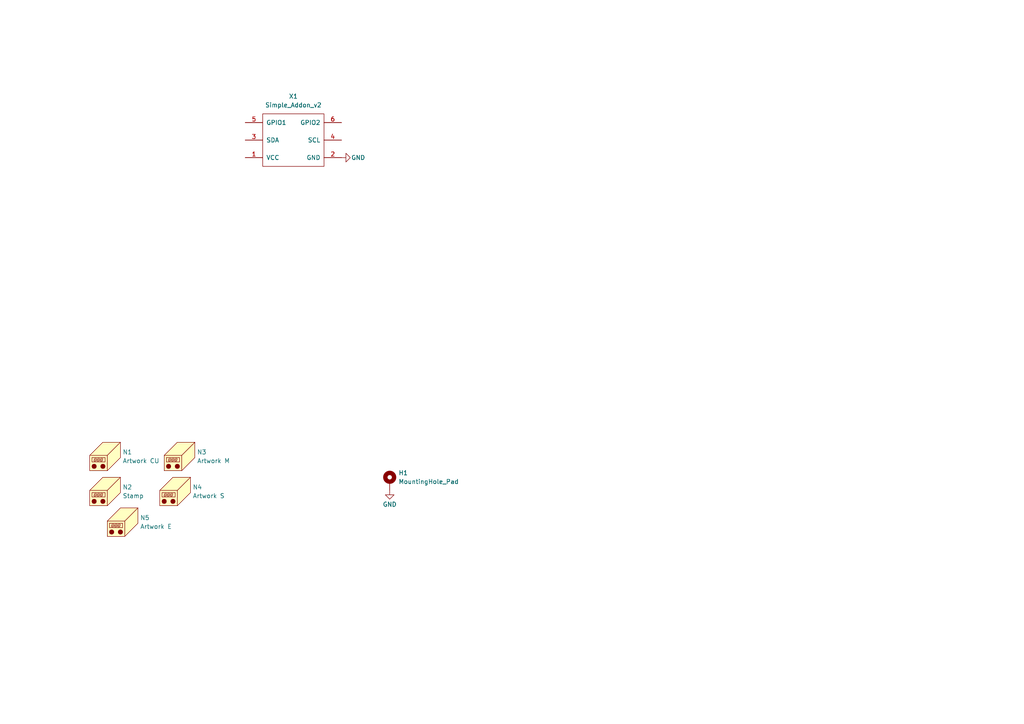
<source format=kicad_sch>
(kicad_sch (version 20231120) (generator "eeschema") (generator_version "7.99")
  (paper "A4")
  (title_block (title "QWIIC to SAO adapter") (date "2024-01-05") (rev "0.1") (company "Nicolai Electronics"))
  (lib_symbols
    (symbol "Mechanical:Housing" (pin_names (offset 1.016))
      (property "Reference" "N" (at 3.81 0 0))
      (property "Value" "Housing" (at 3.81 -1.905 0))
      (symbol "Housing_0_1"
        (rectangle (start -5.08 -0.635) (end -1.27 -1.905))
        (circle (center -4.445 -3.175) (radius 0.635) (fill (type outline)))
        (circle (center -1.905 -3.175) (radius 0.635) (fill (type outline)))
        (polyline (pts (xy -4.5212 -1.5748) (xy -4.4704 -1.3716)))
        (polyline (pts (xy -4.4196 -1.6764) (xy -4.064 -1.6764)))
        (polyline (pts (xy -4.4196 -1.2192) (xy -4.3688 -0.9652)))
        (polyline (pts (xy -4.318 -1.3208) (xy -4.0132 -1.3208)))
        (polyline (pts (xy -4.2164 -0.9144) (xy -3.9116 -0.9144)))
        (polyline (pts (xy -3.9116 -1.6256) (xy -3.8608 -1.3716)))
        (polyline (pts (xy -3.81 -1.2192) (xy -3.7592 -0.9652)))
        (polyline (pts (xy -3.6068 -1.5748) (xy -3.556 -1.3716)))
        (polyline (pts (xy -3.5052 -1.6764) (xy -3.1496 -1.6764)))
        (polyline (pts (xy -3.5052 -1.2192) (xy -3.4544 -0.9652)))
        (polyline (pts (xy -3.4036 -1.3208) (xy -3.0988 -1.3208)))
        (polyline (pts (xy -3.302 -0.9144) (xy -2.9972 -0.9144)))
        (polyline (pts (xy -2.9972 -1.6256) (xy -2.9464 -1.3716)))
        (polyline (pts (xy -2.8956 -1.2192) (xy -2.8448 -0.9652)))
        (polyline (pts (xy -2.6924 -1.5748) (xy -2.6416 -1.3716)))
        (polyline (pts (xy -2.5908 -1.6764) (xy -2.2352 -1.6764)))
        (polyline (pts (xy -2.5908 -1.2192) (xy -2.54 -0.9652)))
        (polyline (pts (xy -2.4892 -1.3208) (xy -2.1844 -1.3208)))
        (polyline (pts (xy -2.3876 -0.9144) (xy -2.0828 -0.9144)))
        (polyline (pts (xy -2.0828 -1.6256) (xy -2.032 -1.3716)))
        (polyline (pts (xy -1.9812 -1.2192) (xy -1.9304 -0.9652)))
        (polyline (pts (xy -0.635 0) (xy -0.635 -4.445)))
        (polyline (pts (xy -5.715 0) (xy -0.635 0) (xy 3.175 3.81)))
        (polyline (pts (xy -5.715 0) (xy -5.715 -4.445) (xy -0.635 -4.445) (xy 3.175 -0.635) (xy 3.175 3.81) (xy -1.905 3.81) (xy -5.715 0)) (fill (type background)))
      )
    )
    (symbol "Mechanical:MountingHole_Pad" (pin_numbers hide) (pin_names (offset 1.016) hide)
      (property "Reference" "H" (at 0 6.35 0))
      (property "Value" "MountingHole_Pad" (at 0 4.445 0))
      (symbol "MountingHole_Pad_0_1"
        (circle (center 0 1.27) (radius 1.27) (stroke (width 1.27)))
      )
      (symbol "MountingHole_Pad_1_1"
        (pin input line (at 0 -2.54 90) (length 2.54) (name "1") (number "1"))
      )
    )
    (symbol "Simple_Addon_v2:Simple_Addon_v2" (pin_names (offset 1.016))
      (property "Reference" "X" (at 0 0 0))
      (property "Value" "Simple_Addon_v2" (at 0 20.32 0))
      (symbol "Simple_Addon_v2_0_1"
        (rectangle (start -7.62 8.89) (end 7.62 -8.89))
      )
      (symbol "Simple_Addon_v2_1_1"
        (pin input line (at -5.08 13.97 270) (length 5.08) (name "VCC") (number "1"))
        (pin input line (at -5.08 -13.97 90) (length 5.08) (name "GND") (number "2"))
        (pin input line (at 0 13.97 270) (length 5.08) (name "SDA") (number "3"))
        (pin input line (at 0 -13.97 90) (length 5.08) (name "SCL") (number "4"))
        (pin input line (at 5.08 13.97 270) (length 5.08) (name "GPIO1") (number "5"))
        (pin input line (at 5.08 -13.97 90) (length 5.08) (name "GPIO2") (number "6"))
      )
    )
    (symbol "power:GND" (power) (pin_names (offset 0))
      (property "Value" "GND" (at 0 -3.81 0))
      (symbol "GND_0_1"
        (polyline (pts (xy 0 0) (xy 0 -1.27) (xy 1.27 -1.27) (xy 0 -2.54) (xy -1.27 -1.27) (xy 0 -1.27)))
      )
      (symbol "GND_1_1"
        (pin power_in line (at 0 0 270) (length 0) hide (name "GND") (number "1"))
      )
    )
  )
  (symbol (lib_id "Mechanical:Housing") (at 52.07 142.24 0) (unit 1)
    (property "Reference" "N4" (at 55.88 141.2874 0) (effects (justify left)))
    (property "Value" "Artwork S" (at 55.88 143.8274 0) (effects (justify left)))
    (property "Footprint" "artwork:Brooch_F.SilkS" (effects (hide yes)))
    (property "Description" "Housing" (effects (hide yes)))
    (property "LCSC" "-" (effects (hide yes)))
  )
  (symbol (lib_id "power:GND") (at 113.03 142.24 0) (unit 1)
    (property "Reference" "#PWR05" (effects (hide yes)))
    (property "Value" "GND" (at 113.03 146.304 0))
  )
  (symbol (lib_id "power:GND") (at 99.06 45.72 90) (unit 1)
    (property "Reference" "#PWR013" (effects (hide yes)))
    (property "Value" "GND" (at 103.886 45.72 90))
  )
  (symbol (lib_id "Mechanical:Housing") (at 31.75 132.08 0) (unit 1)
    (property "Reference" "N1" (at 35.56 131.1274 0) (effects (justify left)))
    (property "Value" "Artwork CU" (at 35.56 133.6674 0) (effects (justify left)))
    (property "Footprint" "artwork:Brooch_F.Cu" (effects (hide yes)))
    (property "Description" "Housing" (effects (hide yes)))
    (property "LCSC" "-" (effects (hide yes)))
  )
  (symbol (lib_id "Mechanical:Housing") (at 36.83 151.13 0) (unit 1)
    (property "Reference" "N5" (at 40.64 150.1774 0) (effects (justify left)))
    (property "Value" "Artwork E" (at 40.64 152.7174 0) (effects (justify left)))
    (property "Footprint" "artwork:Brooch_EdgeCut" (effects (hide yes)))
    (property "Description" "Housing" (effects (hide yes)))
    (property "LCSC" "-" (effects (hide yes)))
  )
  (symbol (lib_id "Mechanical:Housing") (at 31.75 142.24 0) (unit 1)
    (property "Reference" "N2" (at 35.56 141.2874 0) (effects (justify left)))
    (property "Value" "Stamp" (at 35.56 143.8274 0) (effects (justify left)))
    (property "Footprint" "artwork:stamp" (effects (hide yes)))
    (property "Description" "Housing" (effects (hide yes)))
    (property "LCSC" "-" (effects (hide yes)))
  )
  (symbol (lib_id "Mechanical:MountingHole_Pad") (at 113.03 139.7 0) (unit 1)
    (property "Reference" "H1" (at 115.57 137.1599 0) (effects (justify left)))
    (property "Value" "MountingHole_Pad" (at 115.57 139.6999 0) (effects (justify left)))
    (property "Footprint" "artwork:TestPoint_Pad_D5.0mm" (effects (hide yes)))
    (property "Description" "Mounting Hole with connection" (effects (hide yes)))
  )
  (symbol (lib_id "Simple_Addon_v2:Simple_Addon_v2") (at 85.09 40.64 90) (unit 1)
    (property "Reference" "X1" (at 85.09 27.94 90))
    (property "Value" "Simple_Addon_v2" (at 85.09 30.48 90))
    (property "Footprint" "Connector_PinHeader_2.54mm:PinHeader_2x03_P2.54mm_Vertical_SMD" (effects (hide yes)))
    (property "LCSC" "-" (effects (hide yes)))
  )
  (symbol (lib_id "Mechanical:Housing") (at 53.34 132.08 0) (unit 1)
    (property "Reference" "N3" (at 57.15 131.1274 0) (effects (justify left)))
    (property "Value" "Artwork M" (at 57.15 133.6674 0) (effects (justify left)))
    (property "Footprint" "artwork:Brooch_F.Mask" (effects (hide yes)))
    (property "Description" "Housing" (effects (hide yes)))
    (property "LCSC" "-" (effects (hide yes)))
  )
)
</source>
